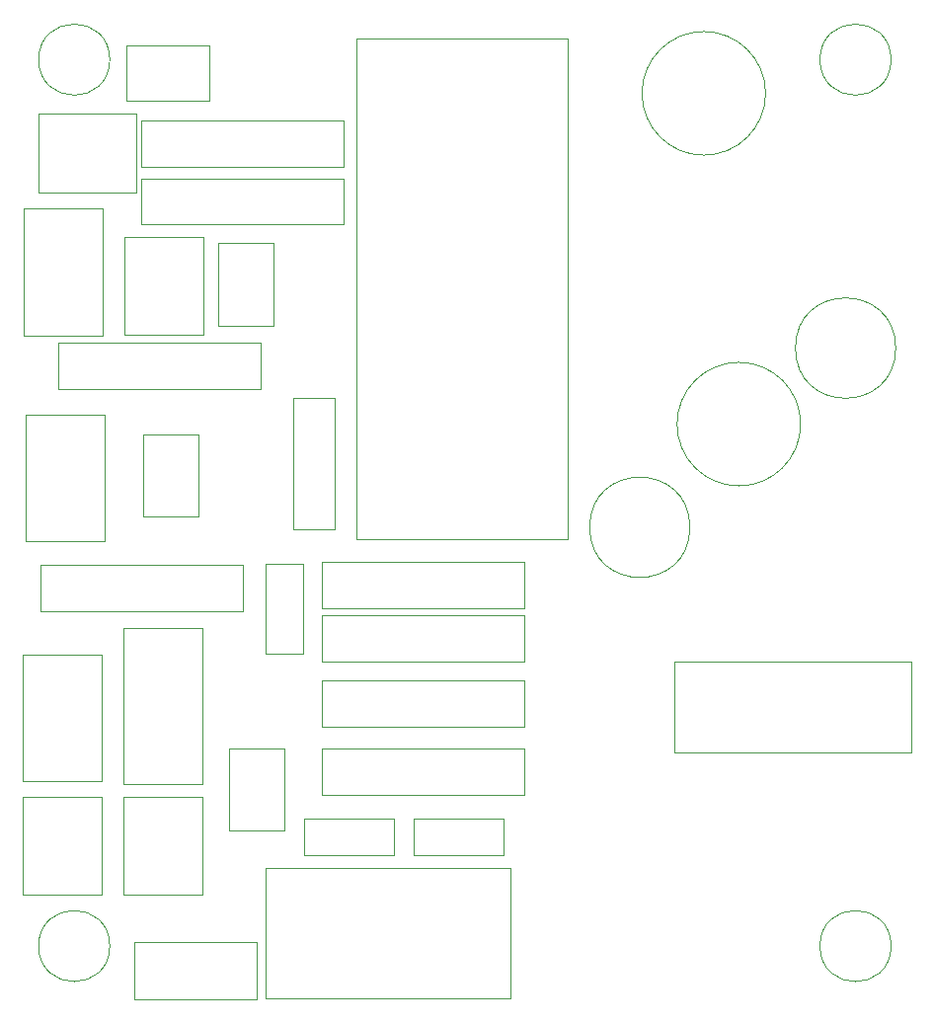
<source format=gbr>
%TF.GenerationSoftware,KiCad,Pcbnew,5.1.10-88a1d61d58~88~ubuntu20.04.1*%
%TF.CreationDate,2021-05-12T17:41:59+01:00*%
%TF.ProjectId,flypi,666c7970-692e-46b6-9963-61645f706362,rev?*%
%TF.SameCoordinates,Original*%
%TF.FileFunction,Other,User*%
%FSLAX46Y46*%
G04 Gerber Fmt 4.6, Leading zero omitted, Abs format (unit mm)*
G04 Created by KiCad (PCBNEW 5.1.10-88a1d61d58~88~ubuntu20.04.1) date 2021-05-12 17:41:59*
%MOMM*%
%LPD*%
G01*
G04 APERTURE LIST*
%ADD10C,0.050000*%
G04 APERTURE END LIST*
D10*
%TO.C, *%
X112550000Y-53500000D02*
G75*
G03*
X112550000Y-53500000I-3050000J0D01*
G01*
%TO.C,Q2*%
X113990000Y-52270000D02*
X121090000Y-52270000D01*
X113990000Y-52270000D02*
X113990000Y-57010000D01*
X121090000Y-57010000D02*
X121090000Y-52270000D01*
X121090000Y-57010000D02*
X113990000Y-57010000D01*
%TO.C,U5*%
X133728000Y-51652000D02*
X133728000Y-94652000D01*
X151778000Y-51652000D02*
X151778000Y-94652000D01*
X133728000Y-51652000D02*
X151778000Y-51652000D01*
X133728000Y-94652000D02*
X151778000Y-94652000D01*
%TO.C,C2*%
X168789000Y-56388000D02*
G75*
G03*
X168789000Y-56388000I-5300000J0D01*
G01*
%TO.C,C1*%
X171797000Y-84749000D02*
G75*
G03*
X171797000Y-84749000I-5300000J0D01*
G01*
%TO.C,C5*%
X179946000Y-78232000D02*
G75*
G03*
X179946000Y-78232000I-4300000J0D01*
G01*
%TO.C,C6*%
X162300000Y-93600000D02*
G75*
G03*
X162300000Y-93600000I-4300000J0D01*
G01*
%TO.C,U4*%
X125888000Y-122802000D02*
X146888000Y-122802000D01*
X146888000Y-122802000D02*
X146888000Y-133952000D01*
X146888000Y-133952000D02*
X125888000Y-133952000D01*
X125888000Y-133952000D02*
X125888000Y-122802000D01*
%TO.C,J12*%
X181250000Y-112900000D02*
X160950000Y-112900000D01*
X160950000Y-112900000D02*
X160950000Y-105100000D01*
X160950000Y-105100000D02*
X181250000Y-105100000D01*
X181250000Y-105100000D02*
X181250000Y-112900000D01*
%TO.C,R1*%
X125138000Y-134068000D02*
X125138000Y-129158000D01*
X125138000Y-129158000D02*
X114638000Y-129158000D01*
X114638000Y-129158000D02*
X114638000Y-134068000D01*
X114638000Y-134068000D02*
X125138000Y-134068000D01*
%TO.C,Q3*%
X121857000Y-76321000D02*
X121857000Y-69221000D01*
X121857000Y-76321000D02*
X126597000Y-76321000D01*
X126597000Y-69221000D02*
X121857000Y-69221000D01*
X126597000Y-69221000D02*
X126597000Y-76321000D01*
%TO.C,Q1*%
X122746000Y-119628000D02*
X122746000Y-112528000D01*
X122746000Y-119628000D02*
X127486000Y-119628000D01*
X127486000Y-112528000D02*
X122746000Y-112528000D01*
X127486000Y-112528000D02*
X127486000Y-119628000D01*
%TO.C,Q4*%
X115380000Y-92704000D02*
X115380000Y-85604000D01*
X115380000Y-92704000D02*
X120120000Y-92704000D01*
X120120000Y-85604000D02*
X115380000Y-85604000D01*
X120120000Y-85604000D02*
X120120000Y-92704000D01*
%TO.C,P9*%
X131848000Y-93748000D02*
X131848000Y-82548000D01*
X131848000Y-82548000D02*
X128248000Y-82548000D01*
X128248000Y-82548000D02*
X128248000Y-93748000D01*
X128248000Y-93748000D02*
X131848000Y-93748000D01*
%TO.C,R7*%
X130776000Y-96602000D02*
X130776000Y-100502000D01*
X130776000Y-100502000D02*
X148126000Y-100502000D01*
X148126000Y-100502000D02*
X148126000Y-96602000D01*
X148126000Y-96602000D02*
X130776000Y-96602000D01*
%TO.C,R8*%
X130776000Y-101174000D02*
X130776000Y-105074000D01*
X130776000Y-105074000D02*
X148126000Y-105074000D01*
X148126000Y-105074000D02*
X148126000Y-101174000D01*
X148126000Y-101174000D02*
X130776000Y-101174000D01*
%TO.C,R9*%
X130776000Y-106762000D02*
X130776000Y-110662000D01*
X130776000Y-110662000D02*
X148126000Y-110662000D01*
X148126000Y-110662000D02*
X148126000Y-106762000D01*
X148126000Y-106762000D02*
X130776000Y-106762000D01*
%TO.C,R3*%
X130776000Y-112604000D02*
X130776000Y-116504000D01*
X130776000Y-116504000D02*
X148126000Y-116504000D01*
X148126000Y-116504000D02*
X148126000Y-112604000D01*
X148126000Y-112604000D02*
X130776000Y-112604000D01*
%TO.C,R5*%
X108170000Y-77806000D02*
X108170000Y-81706000D01*
X108170000Y-81706000D02*
X125520000Y-81706000D01*
X125520000Y-81706000D02*
X125520000Y-77806000D01*
X125520000Y-77806000D02*
X108170000Y-77806000D01*
%TO.C,1k1*%
X123986000Y-100756000D02*
X123986000Y-96856000D01*
X123986000Y-96856000D02*
X106636000Y-96856000D01*
X106636000Y-96856000D02*
X106636000Y-100756000D01*
X106636000Y-100756000D02*
X123986000Y-100756000D01*
%TO.C,R4*%
X115282000Y-63709000D02*
X115282000Y-67609000D01*
X115282000Y-67609000D02*
X132632000Y-67609000D01*
X132632000Y-67609000D02*
X132632000Y-63709000D01*
X132632000Y-63709000D02*
X115282000Y-63709000D01*
%TO.C,R2*%
X115282000Y-58756000D02*
X115282000Y-62656000D01*
X115282000Y-62656000D02*
X132632000Y-62656000D01*
X132632000Y-62656000D02*
X132632000Y-58756000D01*
X132632000Y-58756000D02*
X115282000Y-58756000D01*
%TO.C,*%
X112550000Y-129500000D02*
G75*
G03*
X112550000Y-129500000I-3050000J0D01*
G01*
%TO.C,C7*%
X129206000Y-118542000D02*
X129206000Y-121742000D01*
X129206000Y-121742000D02*
X136906000Y-121742000D01*
X136906000Y-121742000D02*
X136906000Y-118542000D01*
X136906000Y-118542000D02*
X129206000Y-118542000D01*
%TO.C,C10*%
X138604000Y-118542000D02*
X138604000Y-121742000D01*
X138604000Y-121742000D02*
X146304000Y-121742000D01*
X146304000Y-121742000D02*
X146304000Y-118542000D01*
X146304000Y-118542000D02*
X138604000Y-118542000D01*
%TO.C,P4*%
X111816000Y-104492000D02*
X105066000Y-104492000D01*
X105066000Y-104492000D02*
X105066000Y-115392000D01*
X105066000Y-115392000D02*
X111816000Y-115392000D01*
X111816000Y-115392000D02*
X111816000Y-104492000D01*
%TO.C,C8*%
X129108000Y-96694000D02*
X125908000Y-96694000D01*
X125908000Y-96694000D02*
X125908000Y-104394000D01*
X125908000Y-104394000D02*
X129108000Y-104394000D01*
X129108000Y-104394000D02*
X129108000Y-96694000D01*
%TO.C,P10*%
X120452000Y-102206000D02*
X113702000Y-102206000D01*
X113702000Y-102206000D02*
X113702000Y-115606000D01*
X113702000Y-115606000D02*
X120452000Y-115606000D01*
X120452000Y-115606000D02*
X120452000Y-102206000D01*
%TO.C,P8*%
X111943000Y-66265000D02*
X105193000Y-66265000D01*
X105193000Y-66265000D02*
X105193000Y-77165000D01*
X105193000Y-77165000D02*
X111943000Y-77165000D01*
X111943000Y-77165000D02*
X111943000Y-66265000D01*
%TO.C,P7*%
X112070000Y-83918000D02*
X105320000Y-83918000D01*
X105320000Y-83918000D02*
X105320000Y-94818000D01*
X105320000Y-94818000D02*
X112070000Y-94818000D01*
X112070000Y-94818000D02*
X112070000Y-83918000D01*
%TO.C,*%
X179550000Y-53500000D02*
G75*
G03*
X179550000Y-53500000I-3050000J0D01*
G01*
X179550000Y-129500000D02*
G75*
G03*
X179550000Y-129500000I-3050000J0D01*
G01*
%TO.C,P1*%
X120452000Y-116684000D02*
X113702000Y-116684000D01*
X113702000Y-116684000D02*
X113702000Y-125084000D01*
X113702000Y-125084000D02*
X120452000Y-125084000D01*
X120452000Y-125084000D02*
X120452000Y-116684000D01*
%TO.C,P3*%
X111816000Y-125084000D02*
X111816000Y-116684000D01*
X105066000Y-125084000D02*
X111816000Y-125084000D01*
X105066000Y-116684000D02*
X105066000Y-125084000D01*
X111816000Y-116684000D02*
X105066000Y-116684000D01*
%TO.C,P5*%
X114797000Y-58110000D02*
X106397000Y-58110000D01*
X114797000Y-64860000D02*
X114797000Y-58110000D01*
X106397000Y-64860000D02*
X114797000Y-64860000D01*
X106397000Y-58110000D02*
X106397000Y-64860000D01*
%TO.C,P6*%
X120579000Y-68678000D02*
X113829000Y-68678000D01*
X113829000Y-68678000D02*
X113829000Y-77078000D01*
X113829000Y-77078000D02*
X120579000Y-77078000D01*
X120579000Y-77078000D02*
X120579000Y-68678000D01*
%TD*%
M02*

</source>
